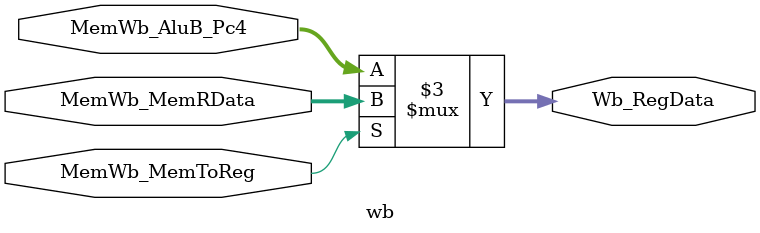
<source format=v>
module wb(
	input 		       MemWb_MemToReg, //mux select
	input 		[31:0] MemWb_AluB_Pc4,
	input 		[31:0] MemWb_MemRData,
	output reg 	[31:0] Wb_RegData      
	);
    
	always @(*)begin
		if (MemWb_MemToReg)
	        Wb_RegData= MemWb_MemRData;
        else
	        Wb_RegData= MemWb_AluB_Pc4;
	end
endmodule

</source>
